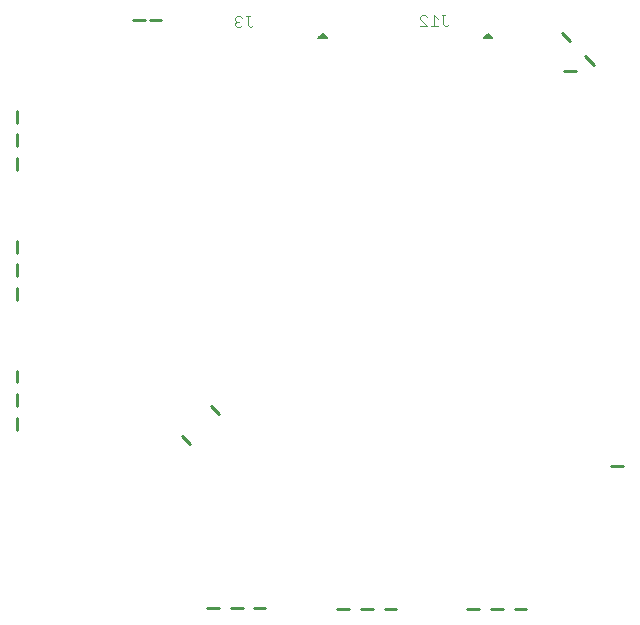
<source format=gbo>
G75*
%MOIN*%
%OFA0B0*%
%FSLAX24Y24*%
%IPPOS*%
%LPD*%
%AMOC8*
5,1,8,0,0,1.08239X$1,22.5*
%
%ADD10C,0.0098*%
%ADD11C,0.0050*%
%ADD12C,0.0030*%
D10*
X007603Y007325D02*
X007325Y007603D01*
X008305Y008584D02*
X008584Y008305D01*
X008561Y001860D02*
X008167Y001860D01*
X008970Y001860D02*
X009364Y001860D01*
X009726Y001860D02*
X010120Y001860D01*
X012521Y001832D02*
X012915Y001832D01*
X013309Y001832D02*
X013702Y001832D01*
X014096Y001832D02*
X014490Y001832D01*
X016852Y001832D02*
X017246Y001832D01*
X017639Y001832D02*
X018033Y001832D01*
X018427Y001832D02*
X018820Y001832D01*
X021655Y006596D02*
X022049Y006596D01*
X020474Y019746D02*
X020080Y019746D01*
X020786Y020237D02*
X021064Y019959D01*
X020277Y020746D02*
X019998Y021025D01*
X006655Y021439D02*
X006261Y021439D01*
X006104Y021439D02*
X005710Y021439D01*
X001832Y018427D02*
X001832Y018033D01*
X001832Y017639D02*
X001832Y017246D01*
X001832Y016852D02*
X001832Y016458D01*
X001832Y014096D02*
X001832Y013702D01*
X001832Y013309D02*
X001832Y012915D01*
X001832Y012521D02*
X001832Y012128D01*
X001832Y009765D02*
X001832Y009372D01*
X001832Y008978D02*
X001832Y008584D01*
X001832Y008191D02*
X001832Y007797D01*
D11*
X011881Y020838D02*
X012029Y020986D01*
X012177Y020838D01*
X011881Y020838D01*
X011921Y020878D02*
X012137Y020878D01*
X012089Y020926D02*
X011970Y020926D01*
X012018Y020975D02*
X012040Y020975D01*
X017393Y020838D02*
X017541Y020986D01*
X017689Y020838D01*
X017393Y020838D01*
X017433Y020878D02*
X017649Y020878D01*
X017600Y020926D02*
X017481Y020926D01*
X017530Y020975D02*
X017552Y020975D01*
D12*
X016237Y021317D02*
X016176Y021257D01*
X016115Y021257D01*
X016055Y021317D01*
X016055Y021621D01*
X016115Y021621D02*
X015994Y021621D01*
X015874Y021499D02*
X015753Y021621D01*
X015753Y021257D01*
X015874Y021257D02*
X015631Y021257D01*
X015512Y021257D02*
X015269Y021499D01*
X015269Y021560D01*
X015330Y021621D01*
X015451Y021621D01*
X015512Y021560D01*
X015512Y021257D02*
X015269Y021257D01*
X009713Y021278D02*
X009652Y021217D01*
X009592Y021217D01*
X009531Y021278D01*
X009531Y021581D01*
X009592Y021581D02*
X009470Y021581D01*
X009350Y021521D02*
X009290Y021581D01*
X009168Y021581D01*
X009108Y021521D01*
X009108Y021460D01*
X009168Y021399D01*
X009108Y021339D01*
X009108Y021278D01*
X009168Y021217D01*
X009290Y021217D01*
X009350Y021278D01*
X009229Y021399D02*
X009168Y021399D01*
M02*

</source>
